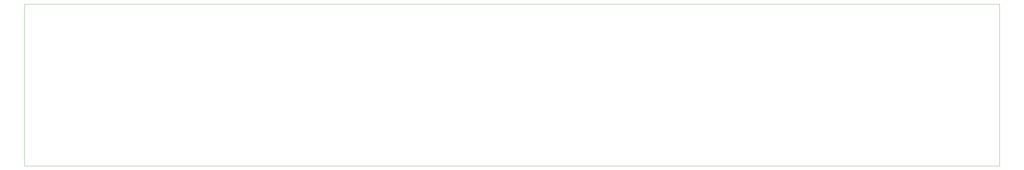
<source format=gbr>
%TF.GenerationSoftware,KiCad,Pcbnew,(6.0.2)*%
%TF.CreationDate,2022-04-02T12:49:41+02:00*%
%TF.ProjectId,Power Bus,506f7765-7220-4427-9573-2e6b69636164,1*%
%TF.SameCoordinates,Original*%
%TF.FileFunction,Profile,NP*%
%FSLAX46Y46*%
G04 Gerber Fmt 4.6, Leading zero omitted, Abs format (unit mm)*
G04 Created by KiCad (PCBNEW (6.0.2)) date 2022-04-02 12:49:41*
%MOMM*%
%LPD*%
G01*
G04 APERTURE LIST*
%TA.AperFunction,Profile*%
%ADD10C,0.100000*%
%TD*%
G04 APERTURE END LIST*
D10*
X50000000Y-150000000D02*
X350000000Y-150000000D01*
X50000000Y-100000000D02*
X50000000Y-150000000D01*
X350000000Y-100000000D02*
X50000000Y-100000000D01*
X350000000Y-150000000D02*
X350000000Y-100000000D01*
M02*

</source>
